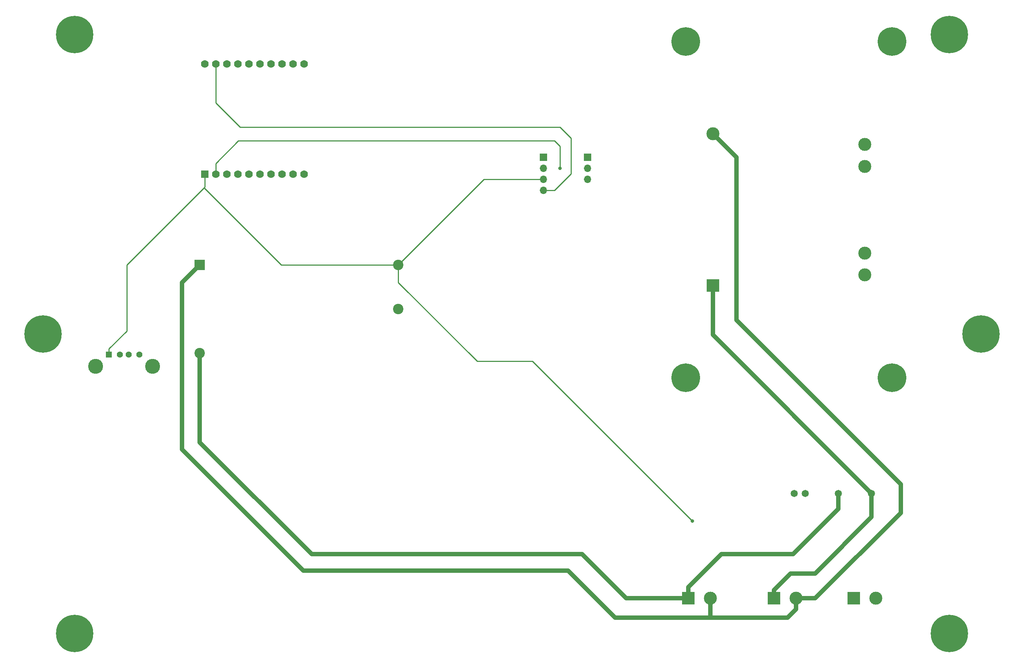
<source format=gbr>
%TF.GenerationSoftware,KiCad,Pcbnew,(6.0.0-0)*%
%TF.CreationDate,2022-12-02T08:06:54+01:00*%
%TF.ProjectId,prototype-2,70726f74-6f74-4797-9065-2d322e6b6963,rev?*%
%TF.SameCoordinates,Original*%
%TF.FileFunction,Copper,L2,Bot*%
%TF.FilePolarity,Positive*%
%FSLAX46Y46*%
G04 Gerber Fmt 4.6, Leading zero omitted, Abs format (unit mm)*
G04 Created by KiCad (PCBNEW (6.0.0-0)) date 2022-12-02 08:06:54*
%MOMM*%
%LPD*%
G01*
G04 APERTURE LIST*
%TA.AperFunction,ComponentPad*%
%ADD10R,3.000000X3.000000*%
%TD*%
%TA.AperFunction,ComponentPad*%
%ADD11C,3.000000*%
%TD*%
%TA.AperFunction,ComponentPad*%
%ADD12R,2.400000X2.400000*%
%TD*%
%TA.AperFunction,ComponentPad*%
%ADD13C,2.400000*%
%TD*%
%TA.AperFunction,ComponentPad*%
%ADD14C,0.900000*%
%TD*%
%TA.AperFunction,ComponentPad*%
%ADD15C,8.600000*%
%TD*%
%TA.AperFunction,ComponentPad*%
%ADD16R,1.778000X1.778000*%
%TD*%
%TA.AperFunction,ComponentPad*%
%ADD17C,1.778000*%
%TD*%
%TA.AperFunction,ComponentPad*%
%ADD18R,1.700000X1.700000*%
%TD*%
%TA.AperFunction,ComponentPad*%
%ADD19O,1.700000X1.700000*%
%TD*%
%TA.AperFunction,ComponentPad*%
%ADD20R,1.431000X1.431000*%
%TD*%
%TA.AperFunction,ComponentPad*%
%ADD21C,1.431000*%
%TD*%
%TA.AperFunction,ComponentPad*%
%ADD22C,3.450000*%
%TD*%
%TA.AperFunction,ComponentPad*%
%ADD23C,6.600000*%
%TD*%
%TA.AperFunction,ComponentPad*%
%ADD24C,1.650000*%
%TD*%
%TA.AperFunction,ViaPad*%
%ADD25C,0.800000*%
%TD*%
%TA.AperFunction,Conductor*%
%ADD26C,0.250000*%
%TD*%
%TA.AperFunction,Conductor*%
%ADD27C,1.000000*%
%TD*%
G04 APERTURE END LIST*
D10*
%TO.P,J4,1,Pin_1*%
%TO.N,Net-(J4-Pad1)*%
X185791920Y-151120000D03*
D11*
%TO.P,J4,2,Pin_2*%
%TO.N,Net-(J4-Pad2)*%
X190871920Y-151120000D03*
%TD*%
D12*
%TO.P,PS1,1,AC/N*%
%TO.N,Net-(J4-Pad2)*%
X73277500Y-74287500D03*
D13*
%TO.P,PS1,2,AC/L*%
%TO.N,Net-(J4-Pad1)*%
X73277500Y-94607500D03*
%TO.P,PS1,3,-Vo*%
%TO.N,GND*%
X118997500Y-84447500D03*
%TO.P,PS1,4,+Vo*%
%TO.N,+5V*%
X118997500Y-74287500D03*
%TD*%
D14*
%TO.P,REF\u002A\u002A,1*%
%TO.N,N/C*%
X248180419Y-161520419D03*
X245900000Y-162465000D03*
X243619581Y-156959581D03*
D15*
X245900000Y-159240000D03*
D14*
X243619581Y-161520419D03*
X245900000Y-156015000D03*
X249125000Y-159240000D03*
X248180419Y-156959581D03*
X242675000Y-159240000D03*
%TD*%
D10*
%TO.P,J5,1,Pin_1*%
%TO.N,Net-(J5-Pad1)*%
X205476920Y-151120000D03*
D11*
%TO.P,J5,2,Pin_2*%
%TO.N,Net-(J4-Pad2)*%
X210556920Y-151120000D03*
%TD*%
D16*
%TO.P,U1,1,+5V*%
%TO.N,+5V*%
X74425000Y-53380000D03*
D17*
%TO.P,U1,2,+3.3V_(out)*%
%TO.N,+3V3*%
X76965000Y-53380000D03*
%TO.P,U1,3,GND*%
%TO.N,GND*%
X79505000Y-53380000D03*
%TO.P,U1,4,ESP_EN*%
%TO.N,unconnected-(U1-Pad4)*%
X82045000Y-53380000D03*
%TO.P,U1,5,GPIO0*%
%TO.N,unconnected-(U1-Pad5)*%
X84585000Y-53380000D03*
%TO.P,U1,6,GPIO1*%
%TO.N,unconnected-(U1-Pad6)*%
X87125000Y-53380000D03*
%TO.P,U1,7,GPIO2*%
%TO.N,unconnected-(U1-Pad7)*%
X89665000Y-53380000D03*
%TO.P,U1,8,GPIO3*%
%TO.N,unconnected-(U1-Pad8)*%
X92205000Y-53380000D03*
%TO.P,U1,9,GPIO4*%
%TO.N,unconnected-(U1-Pad9)*%
X94745000Y-53380000D03*
%TO.P,U1,10,GPIO5*%
%TO.N,unconnected-(U1-Pad10)*%
X97285000Y-53380000D03*
%TO.P,U1,11,GPIO13*%
%TO.N,Net-(J2-Pad3)*%
X97285000Y-27980000D03*
%TO.P,U1,12,GPIO14*%
%TO.N,unconnected-(U1-Pad12)*%
X94745000Y-27980000D03*
%TO.P,U1,13,GPIO15*%
%TO.N,unconnected-(U1-Pad13)*%
X92205000Y-27980000D03*
%TO.P,U1,14,GPIO16*%
%TO.N,unconnected-(U1-Pad14)*%
X89665000Y-27980000D03*
%TO.P,U1,15,GPIO32*%
%TO.N,unconnected-(U1-Pad15)*%
X87125000Y-27980000D03*
%TO.P,U1,16,GPIO33*%
%TO.N,Net-(R2-Pad2)*%
X84585000Y-27980000D03*
%TO.P,U1,17,GPIO34*%
%TO.N,unconnected-(U1-Pad17)*%
X82045000Y-27980000D03*
%TO.P,U1,18,GPIO35*%
%TO.N,unconnected-(U1-Pad18)*%
X79505000Y-27980000D03*
%TO.P,U1,19,GPIO36*%
%TO.N,Net-(J3-Pad4)*%
X76965000Y-27980000D03*
%TO.P,U1,20,GPIO39*%
%TO.N,unconnected-(U1-Pad20)*%
X74425000Y-27980000D03*
%TD*%
D14*
%TO.P,REF\u002A\u002A,1*%
%TO.N,N/C*%
X41275000Y-159240000D03*
X44500000Y-162465000D03*
X44500000Y-156015000D03*
X42219581Y-156959581D03*
D15*
X44500000Y-159240000D03*
D14*
X46780419Y-161520419D03*
X42219581Y-161520419D03*
X47725000Y-159240000D03*
X46780419Y-156959581D03*
%TD*%
D18*
%TO.P,J3,1,Pin_1*%
%TO.N,GND*%
X152400000Y-49530000D03*
D19*
%TO.P,J3,2,Pin_2*%
X152400000Y-52070000D03*
%TO.P,J3,3,Pin_3*%
%TO.N,+5V*%
X152400000Y-54610000D03*
%TO.P,J3,4,Pin_4*%
%TO.N,Net-(J3-Pad4)*%
X152400000Y-57150000D03*
%TD*%
D20*
%TO.P,J1,1,VBUS*%
%TO.N,+5V*%
X52380000Y-94955000D03*
D21*
%TO.P,J1,2,D-*%
%TO.N,unconnected-(J1-Pad2)*%
X54880000Y-94955000D03*
%TO.P,J1,3,D+*%
%TO.N,unconnected-(J1-Pad3)*%
X56880000Y-94955000D03*
%TO.P,J1,4,GND*%
%TO.N,GND*%
X59380000Y-94955000D03*
D22*
%TO.P,J1,5,Shield*%
X62450000Y-97665000D03*
X49310000Y-97665000D03*
%TD*%
D14*
%TO.P,REF\u002A\u002A,1*%
%TO.N,N/C*%
X41275000Y-21240000D03*
X46780419Y-18959581D03*
X44500000Y-24465000D03*
X46780419Y-23520419D03*
X47725000Y-21240000D03*
X44500000Y-18015000D03*
X42219581Y-23520419D03*
D15*
X44500000Y-21240000D03*
D14*
X42219581Y-18959581D03*
%TD*%
D10*
%TO.P,J6,1,Pin_1*%
%TO.N,Net-(J6-Pad1)*%
X223891920Y-151120000D03*
D11*
%TO.P,J6,2,Pin_2*%
%TO.N,Net-(J6-Pad2)*%
X228971920Y-151120000D03*
%TD*%
D18*
%TO.P,J2,1,Pin_1*%
%TO.N,GND*%
X162560000Y-49530000D03*
D19*
%TO.P,J2,2,Pin_2*%
%TO.N,+3V3*%
X162560000Y-52070000D03*
%TO.P,J2,3,Pin_3*%
%TO.N,Net-(J2-Pad3)*%
X162560000Y-54610000D03*
%TD*%
D10*
%TO.P,T1,1,AA*%
%TO.N,Net-(J5-Pad1)*%
X191415000Y-79095000D03*
D11*
%TO.P,T1,2,AB*%
%TO.N,Net-(J4-Pad2)*%
X191415000Y-44095000D03*
%TO.P,T1,3,SA*%
%TO.N,Net-(J6-Pad1)*%
X226415000Y-46595000D03*
%TO.P,T1,4,SB*%
%TO.N,Net-(T1-Pad4)*%
X226415000Y-51595000D03*
%TO.P,T1,5,SC*%
X226415000Y-71595000D03*
%TO.P,T1,6,SD*%
%TO.N,Net-(J6-Pad2)*%
X226415000Y-76595000D03*
D23*
%TO.P,T1,MH1*%
%TO.N,N/C*%
X185165000Y-100345000D03*
%TO.P,T1,MH2*%
X185165000Y-22845000D03*
%TO.P,T1,MH3*%
X232665000Y-22845000D03*
%TO.P,T1,MH4*%
X232665000Y-100345000D03*
%TD*%
D14*
%TO.P,REF\u002A\u002A,1*%
%TO.N,N/C*%
X39480419Y-92520419D03*
D15*
X37200000Y-90240000D03*
D14*
X33975000Y-90240000D03*
X37200000Y-93465000D03*
X39480419Y-87959581D03*
X34919581Y-87959581D03*
X37200000Y-87015000D03*
X34919581Y-92520419D03*
X40425000Y-90240000D03*
%TD*%
%TO.P,REF\u002A\u002A,1*%
%TO.N,N/C*%
X255480419Y-87959581D03*
X250919581Y-87959581D03*
X253200000Y-93465000D03*
X250919581Y-92520419D03*
X249975000Y-90240000D03*
X256425000Y-90240000D03*
D15*
X253200000Y-90240000D03*
D14*
X253200000Y-87015000D03*
X255480419Y-92520419D03*
%TD*%
D15*
%TO.P,REF\u002A\u002A,1*%
%TO.N,N/C*%
X245900000Y-21240000D03*
D14*
X249125000Y-21240000D03*
X243619581Y-23520419D03*
X248180419Y-18959581D03*
X245900000Y-18015000D03*
X245900000Y-24465000D03*
X242675000Y-21240000D03*
X243619581Y-18959581D03*
X248180419Y-23520419D03*
%TD*%
D24*
%TO.P,K1,1*%
%TO.N,+5V*%
X210185000Y-127000000D03*
%TO.P,K1,2*%
%TO.N,Net-(D1-Pad1)*%
X212725000Y-127000000D03*
%TO.P,K1,5*%
%TO.N,Net-(J4-Pad1)*%
X220345000Y-127000000D03*
%TO.P,K1,8*%
%TO.N,Net-(J5-Pad1)*%
X227965000Y-127000000D03*
%TD*%
D25*
%TO.N,+5V*%
X186690000Y-133350000D03*
%TO.N,+3V3*%
X156210000Y-52070000D03*
%TD*%
D26*
%TO.N,+5V*%
X118997500Y-78357500D02*
X118997500Y-74287500D01*
X118997500Y-74287500D02*
X92067500Y-74287500D01*
X186690000Y-133350000D02*
X149860000Y-96520000D01*
X56515000Y-74295000D02*
X74425000Y-56385000D01*
X149860000Y-96520000D02*
X137160000Y-96520000D01*
X56515000Y-89535000D02*
X52380000Y-93670000D01*
X92067500Y-74287500D02*
X74295000Y-56515000D01*
X152400000Y-54610000D02*
X138675000Y-54610000D01*
X56515000Y-74295000D02*
X56515000Y-89535000D01*
X137160000Y-96520000D02*
X118997500Y-78357500D01*
X138675000Y-54610000D02*
X118997500Y-74287500D01*
X52380000Y-93670000D02*
X52380000Y-94955000D01*
X74425000Y-56385000D02*
X74425000Y-53380000D01*
%TO.N,+3V3*%
X156210000Y-46990000D02*
X154940000Y-45720000D01*
X76965000Y-50930000D02*
X76965000Y-53380000D01*
X76965000Y-50930000D02*
X82175000Y-45720000D01*
X82175000Y-45720000D02*
X154940000Y-45720000D01*
X156210000Y-52070000D02*
X156210000Y-46990000D01*
%TO.N,Net-(J3-Pad4)*%
X158750000Y-45085000D02*
X156210000Y-42545000D01*
X82550000Y-42545000D02*
X76965000Y-36960000D01*
X156210000Y-42545000D02*
X82550000Y-42545000D01*
X76965000Y-36960000D02*
X76965000Y-27980000D01*
X158750000Y-53340000D02*
X158750000Y-45085000D01*
X152400000Y-57150000D02*
X154940000Y-57150000D01*
X154940000Y-57150000D02*
X158750000Y-53340000D01*
D27*
%TO.N,Net-(J4-Pad1)*%
X185791920Y-151120000D02*
X171440000Y-151120000D01*
X193411920Y-140960000D02*
X209921920Y-140960000D01*
X220345000Y-130536920D02*
X220345000Y-127000000D01*
X185791920Y-151120000D02*
X185791920Y-148580000D01*
X73277500Y-115187500D02*
X73277500Y-94607500D01*
X185791920Y-148580000D02*
X193411920Y-140960000D01*
X99060000Y-140970000D02*
X73277500Y-115187500D01*
X171440000Y-151120000D02*
X161290000Y-140970000D01*
X209921920Y-140960000D02*
X220345000Y-130536920D01*
X161290000Y-140970000D02*
X99060000Y-140970000D01*
%TO.N,Net-(J4-Pad2)*%
X234686920Y-131435000D02*
X234686920Y-124831920D01*
X210556920Y-153660000D02*
X210556920Y-151120000D01*
X210556920Y-151120000D02*
X215001920Y-151120000D01*
X208651920Y-155565000D02*
X210556920Y-153660000D01*
X196850000Y-49530000D02*
X191415000Y-44095000D01*
X191125000Y-155565000D02*
X190871920Y-155311920D01*
X190871920Y-155311920D02*
X190871920Y-151120000D01*
X191125000Y-155565000D02*
X208651920Y-155565000D01*
X168900000Y-155565000D02*
X191125000Y-155565000D01*
X69215000Y-116840000D02*
X69215000Y-78350000D01*
X168900000Y-155565000D02*
X158115000Y-144780000D01*
X215001920Y-151120000D02*
X234686920Y-131435000D01*
X97155000Y-144780000D02*
X69215000Y-116840000D01*
X234686920Y-124831920D02*
X196850000Y-86995000D01*
X69215000Y-78350000D02*
X73277500Y-74287500D01*
X158115000Y-144780000D02*
X97155000Y-144780000D01*
X196850000Y-86995000D02*
X196850000Y-49530000D01*
%TO.N,Net-(J5-Pad1)*%
X215001920Y-145405000D02*
X209286920Y-145405000D01*
X227965000Y-127000000D02*
X227965000Y-132441920D01*
X227965000Y-132441920D02*
X215001920Y-145405000D01*
X227965000Y-127000000D02*
X191415000Y-90450000D01*
X209286920Y-145405000D02*
X205476920Y-149215000D01*
X205476920Y-149215000D02*
X205476920Y-151120000D01*
X191415000Y-90450000D02*
X191415000Y-79095000D01*
%TD*%
M02*

</source>
